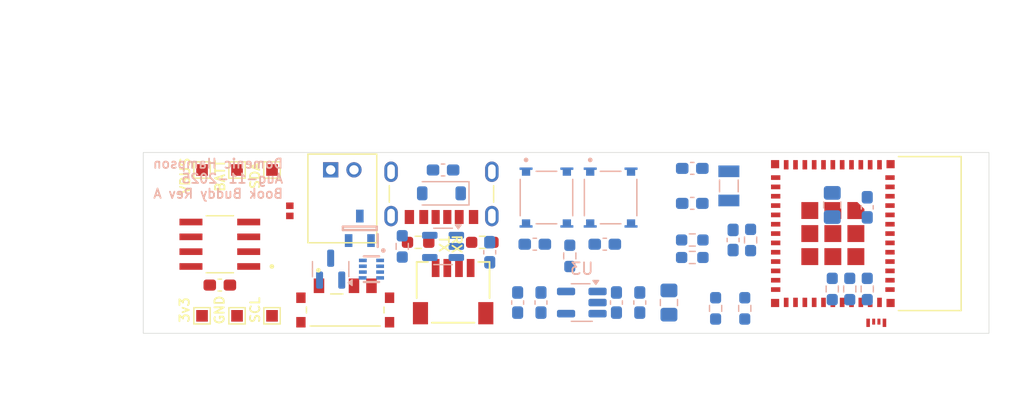
<source format=kicad_pcb>
(kicad_pcb (version 20240108) (generator "pcbnew") (generator_version "8.0")
  (layers (0 "F.Cu" signal) (1 "In1.Cu" power) (2 "In2.Cu" power) (31 "B.Cu" signal) (34 "B.Paste" user) (35 "F.Paste" user) (36 "B.SilkS" user "B.Silkscreen") (37 "F.SilkS" user "F.Silkscreen") (38 "B.Mask" user) (39 "F.Mask" user) (44 "Edge.Cuts" user))
  (net 0 "")
  (net 1 "GND")
  (net 2 "Net-(U1-EN{slash}CHIP_PU)")
  (net 3 "Net-(U1-GPIO0{slash}ADC1_CH0{slash}XTAL_32K_P)")
  (net 4 "Net-(U1-GPIO1{slash}ADC1_CH1{slash}XTAL_32K_N)")
  (net 5 "+3.3V")
  (net 6 "/charging/BATT_V")
  (net 7 "+BATT")
  (net 8 "VBUS")
  (net 9 "Net-(U1-GPIO9)")
  (net 10 "Net-(IC1-RESET)")
  (net 11 "/mcu/TX")
  (net 12 "/mcu/RX")
  (net 13 "Net-(IC2-VOUT@1)")
  (net 15 "Net-(J2-CC1)")
  (net 16 "Net-(J2-CC2)")
  (net 17 "/hall_effect/SCL")
  (net 18 "/hall_effect/SDA")
  (net 19 "/mcu/B_LED")
  (net 20 "/mcu/G_LED")
  (net 21 "Net-(SW3-B)")
  (net 22 "Net-(U4-PROG)")
  (net 23 "/charging/CHG_STAT")
  (net 29 "/hall_effect/TRIG")
  (net 39 "/charging/BATT_PROT")
  (net 42 "Net-(LED1-Pad1)")
  (net 43 "Net-(LED1-Pad3)")
  (net 44 "Net-(LED1-Pad4)")
  (net 45 "Net-(J3-Pin_1)")
  (footprint "TestPoint:TestPoint_Pad_1.0x1.0mm" (layer "F.Cu") (at 104.975 99.5)
    (property "Reference" "GND" (at -1.5 -0.5 90) (layer "F.SilkS") (effects (font (size 0.8 0.8))))
    (property "Value" "GND")
    (fp_line (start -0.7 -0.7) (end 0.7 -0.7) (stroke (width 0.12)) (layer "F.SilkS"))
    (fp_line (start -0.7 0.7) (end -0.7 -0.7) (stroke (width 0.12)) (layer "F.SilkS"))
    (fp_line (start 0.7 -0.7) (end 0.7 0.7) (stroke (width 0.12)) (layer "F.SilkS"))
    (fp_line (start 0.7 0.7) (end -0.7 0.7) (stroke (width 0.12)) (layer "F.SilkS"))
    (pad "1" smd rect (at 0 0) (size 1 1) (layers "F.Cu" "F.Mask") (net 1 "GND"))
  )
  (footprint "bookbuddy:SW_SLW-66527511-SMT-TR" (layer "F.Cu") (at 114.25 99)
    (property "Reference" "SW3" (hide yes))
    (property "Value" "SLW-66527511-SMT-TR")
    (fp_line (start -3.325 -0.25) (end -3.325 0.25) (stroke (width 0.127)) (layer "F.SilkS"))
    (fp_line (start -3 1.375) (end 3 1.375) (stroke (width 0.127)) (layer "F.SilkS"))
    (fp_line (start -1.25 -1.375) (end -0.2 -1.375) (stroke (width 0.127)) (layer "F.SilkS"))
    (fp_line (start 3.325 -0.25) (end 3.325 0.25) (stroke (width 0.127)) (layer "F.SilkS"))
    (fp_circle (center -2.3 -3.4) (end -2.2 -3.4) (stroke (width 0.2)) (fill none) (layer "F.SilkS"))
    (pad "" np_thru_hole circle (at -1.5 0) (size 0.9 0.9) (drill 0.9) (layers "*.Cu" "*.Mask"))
    (pad "" np_thru_hole circle (at 1.5 0) (size 0.9 0.9) (drill 0.9) (layers "*.Cu" "*.Mask"))
    (pad "1" smd rect (at -2.25 -2.075) (size 0.9 1.25) (layers "F.Cu" "F.Paste" "F.Mask") (net 21 "Net-(SW3-B)"))
    (pad "2" smd rect (at 0.75 -2.075) (size 0.9 1.25) (layers "F.Cu" "F.Paste" "F.Mask") (net 8 "VBUS"))
    (pad "3" smd rect (at 2.25 -2.075) (size 0.9 1.25) (layers "F.Cu" "F.Paste" "F.Mask") (net 13 "Net-(IC2-VOUT@1)"))
    (pad "SH1" smd rect (at -3.8 -1.05) (size 0.8 0.9) (layers "F.Cu" "F.Paste" "F.Mask"))
    (pad "SH2" smd rect (at 3.8 -1.05) (size 0.8 0.9) (layers "F.Cu" "F.Paste" "F.Mask"))
    (pad "SH3" smd rect (at -3.8 1.05) (size 0.8 0.9) (layers "F.Cu" "F.Paste" "F.Mask"))
    (pad "SH4" smd rect (at 3.8 1.05) (size 0.8 0.9) (layers "F.Cu" "F.Paste" "F.Mask"))
  )
  (footprint "bookbuddy:XCVR_ESP32-C3-MINI-1-N4" (layer "F.Cu") (at 158.75 92.45 -90)
    (property "Reference" "U1" (hide yes))
    (property "Value" "ESP32-C3-MINI-1")
    (fp_line (start -6.6 -2.92) (end -6.6 -8.3) (stroke (width 0.127)) (layer "F.SilkS"))
    (fp_line (start -6.6 -8.3) (end 6.6 -8.3) (stroke (width 0.127)) (layer "F.SilkS"))
    (fp_line (start 6.6 -8.3) (end 6.6 -2.92) (stroke (width 0.127)) (layer "F.SilkS"))
    (pad "1" smd rect (at -5.9 -1.3 270) (size 0.8 0.4) (layers "F.Cu" "F.Paste" "F.Mask") (net 1 "GND"))
    (pad "2" smd rect (at -5.9 -0.5 270) (size 0.8 0.4) (layers "F.Cu" "F.Paste" "F.Mask") (net 1 "GND"))
    (pad "3" smd rect (at -5.9 0.3 270) (size 0.8 0.4) (layers "F.Cu" "F.Paste" "F.Mask") (net 5 "+3.3V"))
    (pad "4" smd rect (at -5.9 1.1 270) (size 0.8 0.4) (layers "F.Cu" "F.Paste" "F.Mask"))
    (pad "5" smd rect (at -5.9 1.9 270) (size 0.8 0.4) (layers "F.Cu" "F.Paste" "F.Mask") (net 8 "VBUS"))
    (pad "6" smd rect (at -5.9 2.7 270) (size 0.8 0.4) (layers "F.Cu" "F.Paste" "F.Mask") (net 6 "/charging/BATT_V"))
    (pad "7" smd rect (at -5.9 3.5 270) (size 0.8 0.4) (layers "F.Cu" "F.Paste" "F.Mask"))
    (pad "8" smd rect (at -5.9 4.3 270) (size 0.8 0.4) (layers "F.Cu" "F.Paste" "F.Mask") (net 2 "Net-(U1-EN{slash}CHIP_PU)"))
    (pad "9" smd rect (at -5.9 5.1 270) (size 0.8 0.4) (layers "F.Cu" "F.Paste" "F.Mask"))
    (pad "10" smd rect (at -5.9 5.9 270) (size 0.8 0.4) (layers "F.Cu" "F.Paste" "F.Mask"))
    (pad "11" smd rect (at -5.9 6.7 270) (size 0.8 0.4) (layers "F.Cu" "F.Paste" "F.Mask") (net 1 "GND"))
    (pad "12" smd rect (at -4.8 7.6 270) (size 0.4 0.8) (layers "F.Cu" "F.Paste" "F.Mask") (net 3 "Net-(U1-GPIO0{slash}ADC1_CH0{slash}XTAL_32K_P)"))
    (pad "13" smd rect (at -4 7.6 270) (size 0.4 0.8) (layers "F.Cu" "F.Paste" "F.Mask") (net 4 "Net-(U1-GPIO1{slash}ADC1_CH1{slash}XTAL_32K_N)"))
    (pad "14" smd rect (at -3.2 7.6 270) (size 0.4 0.8) (layers "F.Cu" "F.Paste" "F.Mask") (net 1 "GND"))
    (pad "15" smd rect (at -2.4 7.6 270) (size 0.4 0.8) (layers "F.Cu" "F.Paste" "F.Mask"))
    (pad "16" smd rect (at -1.6 7.6 270) (size 0.4 0.8) (layers "F.Cu" "F.Paste" "F.Mask") (net 23 "/charging/CHG_STAT"))
    (pad "17" smd rect (at -0.8 7.6 270) (size 0.4 0.8) (layers "F.Cu" "F.Paste" "F.Mask"))
    (pad "18" smd rect (at 0 7.6 270) (size 0.4 0.8) (layers "F.Cu" "F.Paste" "F.Mask"))
    (pad "19" smd rect (at 0.8 7.6 270) (size 0.4 0.8) (layers "F.Cu" "F.Paste" "F.Mask") (net 20 "/mcu/G_LED"))
    (pad "20" smd rect (at 1.6 7.6 270) (size 0.4 0.8) (layers "F.Cu" "F.Paste" "F.Mask") (net 19 "/mcu/B_LED"))
    (pad "21" smd rect (at 2.4 7.6 270) (size 0.4 0.8) (layers "F.Cu" "F.Paste" "F.Mask") (net 29 "/hall_effect/TRIG"))
    (pad "22" smd rect (at 3.2 7.6 270) (size 0.4 0.8) (layers "F.Cu" "F.Paste" "F.Mask"))
    (pad "23" smd rect (at 4 7.6 270) (size 0.4 0.8) (layers "F.Cu" "F.Paste" "F.Mask") (net 9 "Net-(U1-GPIO9)"))
    (pad "24" smd rect (at 4.8 7.6 270) (size 0.4 0.8) (layers "F.Cu" "F.Paste" "F.Mask"))
    (pad "25" smd rect (at 5.9 6.7 270) (size 0.8 0.4) (layers "F.Cu" "F.Paste" "F.Mask"))
    (pad "26" smd rect (at 5.9 5.9 270) (size 0.8 0.4) (layers "F.Cu" "F.Paste" "F.Mask") (net 18 "/hall_effect/SDA"))
    (pad "27" smd rect (at 5.9 5.1 270) (size 0.8 0.4) (layers "F.Cu" "F.Paste" "F.Mask") (net 17 "/hall_effect/SCL"))
    (pad "28" smd rect (at 5.9 4.3 270) (size 0.8 0.4) (layers "F.Cu" "F.Paste" "F.Mask"))
    (pad "29" smd rect (at 5.9 3.5 270) (size 0.8 0.4) (layers "F.Cu" "F.Paste" "F.Mask"))
    (pad "30" smd rect (at 5.9 2.7 270) (size 0.8 0.4) (layers "F.Cu" "F.Paste" "F.Mask") (net 12 "/mcu/RX"))
    (pad "31" smd rect (at 5.9 1.9 270) (size 0.8 0.4) (layers "F.Cu" "F.Paste" "F.Mask") (net 11 "/mcu/TX"))
    (pad "32" smd rect (at 5.9 1.1 270) (size 0.8 0.4) (layers "F.Cu" "F.Paste" "F.Mask"))
    (pad "33" smd rect (at 5.9 0.3 270) (size 0.8 0.4) (layers "F.Cu" "F.Paste" "F.Mask"))
    (pad "34" smd rect (at 5.9 -0.5 270) (size 0.8 0.4) (layers "F.Cu" "F.Paste" "F.Mask"))
    (pad "35" smd rect (at 5.9 -1.3 270) (size 0.8 0.4) (layers "F.Cu" "F.Paste" "F.Mask"))
    (pad "36" smd rect (at 4.8 -2.2 270) (size 0.4 0.8) (layers "F.Cu" "F.Paste" "F.Mask") (net 1 "GND"))
    (pad "37" smd rect (at 4 -2.2 270) (size 0.4 0.8) (layers "F.Cu" "F.Paste" "F.Mask") (net 1 "GND"))
    (pad "38" smd rect (at 3.2 -2.2 270) (size 0.4 0.8) (layers "F.Cu" "F.Paste" "F.Mask") (net 1 "GND"))
    (pad "39" smd rect (at 2.4 -2.2 270) (size 0.4 0.8) (layers "F.Cu" "F.Paste" "F.Mask") (net 1 "GND"))
    (pad "40" smd rect (at 1.6 -2.2 270) (size 0.4 0.8) (layers "F.Cu" "F.Paste" "F.Mask") (net 1 "GND"))
    (pad "41" smd rect (at 0.8 -2.2 270) (size 0.4 0.8) (layers "F.Cu" "F.Paste" "F.Mask") (net 1 "GND"))
    (pad "42" smd rect (at 0 -2.2 270) (size 0.4 0.8) (layers "F.Cu" "F.Paste" "F.Mask") (net 1 "GND"))
    (pad "43" smd rect (at -0.8 -2.2 270) (size 0.4 0.8) (layers "F.Cu" "F.Paste" "F.Mask") (net 1 "GND"))
    (pad "44" smd rect (at -1.6 -2.2 270) (size 0.4 0.8) (layers "F.Cu" "F.Paste" "F.Mask") (net 1 "GND"))
    (pad "45" smd rect (at -2.4 -2.2 270) (size 0.4 0.8) (layers "F.Cu" "F.Paste" "F.Mask") (net 1 "GND"))
    (pad "46" smd rect (at -3.2 -2.2 270) (size 0.4 0.8) (layers "F.Cu" "F.Paste" "F.Mask") (net 1 "GND"))
    (pad "47" smd rect (at -4 -2.2 270) (size 0.4 0.8) (layers "F.Cu" "F.Paste" "F.Mask") (net 1 "GND"))
    (pad "48" smd rect (at -4.8 -2.2 270) (size 0.4 0.8) (layers "F.Cu" "F.Paste" "F.Mask") (net 1 "GND"))
    (pad "49_1" smd custom (at -1.975 0.725 270) (size 0.6 0.6) (layers "F.Cu") (options (clearance outline) (anchor rect)) (primitives (gr_poly (pts (xy 0.725 0.725) (xy -0.725 0.725) (xy -0.725 -0.125) (xy -0.125 -0.725) (xy 0.725 -0.725)) (width 0.01) (fill yes))))
    (pad "49_2" smd rect (at 0 0.725 270) (size 1.45 1.45) (layers "F.Cu" "F.Paste" "F.Mask"))
    (pad "49_3" smd rect (at 1.975 0.725 270) (size 1.45 1.45) (layers "F.Cu" "F.Paste" "F.Mask"))
    (pad "49_4" smd rect (at 1.975 2.7 270) (size 1.45 1.45) (layers "F.Cu" "F.Paste" "F.Mask"))
    (pad "49_5" smd rect (at 1.975 4.675 270) (size 1.45 1.45) (layers "F.Cu" "F.Paste" "F.Mask"))
    (pad "49_6" smd rect (at 0 4.675 270) (size 1.45 1.45) (layers "F.Cu" "F.Paste" "F.Mask"))
    (pad "49_7" smd rect (at -1.975 4.675 270) (size 1.45 1.45) (layers "F.Cu" "F.Paste" "F.Mask"))
    (pad "49_8" smd rect (at -1.975 2.7 270) (size 1.45 1.45) (layers "F.Cu" "F.Paste" "F.Mask"))
    (pad "49_9" smd rect (at 0 2.7 270) (size 1.45 1.45) (layers "F.Cu" "F.Paste" "F.Mask"))
    (pad "50" smd rect (at 5.95 -2.25 270) (size 0.7 0.7) (layers "F.Cu" "F.Paste" "F.Mask") (net 1 "GND"))
    (pad "51" smd rect (at 5.95 7.65 270) (size 0.7 0.7) (layers "F.Cu" "F.Paste" "F.Mask") (net 1 "GND"))
    (pad "52" smd rect (at -5.95 7.65 270) (size 0.7 0.7) (layers "F.Cu" "F.Paste" "F.Mask") (net 1 "GND"))
    (pad "53" smd rect (at -5.95 -2.25 270) (size 0.7 0.7) (layers "F.Cu" "F.Paste" "F.Mask") (net 1 "GND"))
  )
  (footprint "bookbuddy:AMPHENOL_10164359-00011LF" (layer "F.Cu") (at 122.5 88 180)
    (property "Reference" "J2" (hide yes))
    (property "Value" "10164359-00011LF")
    (fp_line (start 4.47 -1.755) (end 4.47 -0.345) (stroke (width 0.127)) (layer "F.SilkS"))
    (fp_line (start -4.47 -1.755) (end -4.47 -0.345) (stroke (width 0.127)) (layer "F.SilkS"))
    (pad "A5" smd rect (at -0.5 -3.03 180) (size 0.7 1.2) (layers "F.Cu" "F.Paste" "F.Mask") (net 15 "Net-(J2-CC1)"))
    (pad "A9" smd rect (at 1.52 -3.03 180) (size 0.76 1.2) (layers "F.Cu" "F.Paste" "F.Mask") (net 8 "VBUS"))
    (pad "A12" smd rect (at 2.75 -3.03 180) (size 0.8 1.2) (layers "F.Cu" "F.Paste" "F.Mask") (net 1 "GND"))
    (pad "B5" smd rect (at 0.5 -3.03 180) (size 0.7 1.2) (layers "F.Cu" "F.Paste" "F.Mask") (net 16 "Net-(J2-CC2)"))
    (pad "B9" smd rect (at -1.52 -3.03 180) (size 0.76 1.2) (layers "F.Cu" "F.Paste" "F.Mask") (net 8 "VBUS"))
    (pad "B12" smd rect (at -2.75 -3.03 180) (size 0.8 1.2) (layers "F.Cu" "F.Paste" "F.Mask") (net 1 "GND"))
    (pad "SH1" thru_hole oval (at -4.32 -2.95 180) (size 1.15 1.75) (drill oval 0.65 1.25) (layers "*.Cu" "*.Mask") (net 1 "GND"))
    (pad "SH2" thru_hole oval (at 4.32 -2.95 180) (size 1.15 1.75) (drill oval 0.65 1.25) (layers "*.Cu" "*.Mask") (net 1 "GND"))
    (pad "SH3" thru_hole oval (at -4.32 0.85 180) (size 1.15 1.75) (drill oval 0.65 1.25) (layers "*.Cu" "*.Mask") (net 1 "GND"))
    (pad "SH4" thru_hole oval (at 4.32 0.85 180) (size 1.15 1.75) (drill oval 0.65 1.25) (layers "*.Cu" "*.Mask") (net 1 "GND"))
  )
  (footprint "bookbuddy:IN-S63TBS5R5G5B_INO" (layer "F.Cu") (at 159.774999 100.4064)
    (property "Reference" "LED1" (hide yes))
    (property "Value" "IN-S63TBS5R5G5B")
    (pad "1" smd rect (at -0.700001 -0.3064) (size 0.3048 0.7112) (layers "F.Cu" "F.Paste" "F.Mask") (net 42 "Net-(LED1-Pad1)"))
    (pad "2" smd rect (at -0.225001 -0.4064) (size 0.254 0.508) (layers "F.Cu" "F.Paste" "F.Mask") (net 5 "+3.3V"))
    (pad "3" smd rect (at 0.225001 -0.4064) (size 0.254 0.508) (layers "F.Cu" "F.Paste" "F.Mask") (net 43 "Net-(LED1-Pad3)"))
    (pad "4" smd rect (at 0.700001 -0.3064) (size 0.3048 0.7112) (layers "F.Cu" "F.Paste" "F.Mask") (net 44 "Net-(LED1-Pad4)"))
  )
  (footprint "bookbuddy:CONN_SM04B-SRSS-TB_JST" (layer "F.Cu") (at 123.5 97.5 180)
    (property "Reference" "J1" (hide yes))
    (property "Value" "SM04B-SRSS-TB")
    (fp_line (start 3.1242 2.6162) (end 3.1242 -0.4826) (stroke (width 0.1524)) (layer "F.SilkS"))
    (fp_line (start 2.159 2.6162) (end 3.1242 2.6162) (stroke (width 0.1524)) (layer "F.SilkS"))
    (fp_line (start 1.8288 -2.5908) (end -1.8288 -2.5908) (stroke (width 0.1524)) (layer "F.SilkS"))
    (fp_line (start -3.1242 2.6162) (end -2.159 2.6162) (stroke (width 0.1524)) (layer "F.SilkS"))
    (fp_line (start -3.1242 -0.4826) (end -3.1242 2.6162) (stroke (width 0.1524)) (layer "F.SilkS"))
    (pad "1" smd rect (at 1.5 2.0985 180) (size 0.6604 1.5494) (layers "F.Cu" "F.Paste" "F.Mask") (net 5 "+3.3V"))
    (pad "2" smd rect (at 0.5 2.0985 180) (size 0.6604 1.5494) (layers "F.Cu" "F.Paste" "F.Mask") (net 11 "/mcu/TX"))
    (pad "3" smd rect (at -0.5 2.0985 180) (size 0.6604 1.5494) (layers "F.Cu" "F.Paste" "F.Mask") (net 12 "/mcu/RX"))
    (pad "4" smd rect (at -1.5 2.0985 180) (size 0.6604 1.5494) (layers "F.Cu" "F.Paste" "F.Mask") (net 1 "GND"))
    (pad "5" smd rect (at -2.8 -1.7765 180) (size 1.2954 1.905) (layers "F.Cu" "F.Paste" "F.Mask"))
    (pad "6" smd rect (at 2.8 -1.7765 180) (size 1.2954 1.905) (layers "F.Cu" "F.Paste" "F.Mask"))
  )
  (footprint "TestPoint:TestPoint_Pad_1.0x1.0mm" (layer "F.Cu") (at 101.975 87 90)
    (property "Reference" "VBUS" (at -0.5 -1.45 90) (layer "F.SilkS") (effects (font (size 0.8 0.8))))
    (property "Value" "VBUS")
    (fp_line (start 0.7 -0.7) (end 0.7 0.7) (stroke (width 0.12)) (layer "F.SilkS"))
    (fp_line (start -0.7 -0.7) (end 0.7 -0.7) (stroke (width 0.12)) (layer "F.SilkS"))
    (fp_line (start 0.7 0.7) (end -0.7 0.7) (stroke (width 0.12)) (layer "F.SilkS"))
    (fp_line (start -0.7 0.7) (end -0.7 -0.7) (stroke (width 0.12)) (layer "F.SilkS"))
    (pad "1" smd rect (at 0 0 90) (size 1 1) (layers "F.Cu" "F.Mask") (net 8 "VBUS"))
  )
  (footprint "TestPoint:TestPoint_Pad_1.0x1.0mm" (layer "F.Cu") (at 101.975 99.5)
    (property "Reference" "3v3" (at -1.5 -0.5 90) (layer "F.SilkS") (effects (font (size 0.8 0.8))))
    (property "Value" "+3v3")
    (fp_line (start -0.7 -0.7) (end 0.7 -0.7) (stroke (width 0.12)) (layer "F.SilkS"))
    (fp_line (start -0.7 0.7) (end -0.7 -0.7) (stroke (width 0.12)) (layer "F.SilkS"))
    (fp_line (start 0.7 -0.7) (end 0.7 0.7) (stroke (width 0.12)) (layer "F.SilkS"))
    (fp_line (start 0.7 0.7) (end -0.7 0.7) (stroke (width 0.12)) (layer "F.SilkS"))
    (pad "1" smd rect (at 0 0) (size 1 1) (layers "F.Cu" "F.Mask") (net 5 "+3.3V"))
  )
  (footprint "TestPoint:TestPoint_Pad_1.0x1.0mm" (layer "F.Cu") (at 107.975 87 90)
    (property "Reference" "SDA" (at -0.5 -1.448 90) (layer "F.SilkS") (effects (font (size 0.8 0.8))))
    (property "Value" "SDA")
    (fp_line (start 0.7 -0.7) (end 0.7 0.7) (stroke (width 0.12)) (layer "F.SilkS"))
    (fp_line (start -0.7 -0.7) (end 0.7 -0.7) (stroke (width 0.12)) (layer "F.SilkS"))
    (fp_line (start 0.7 0.7) (end -0.7 0.7) (stroke (width 0.12)) (layer "F.SilkS"))
    (fp_line (start -0.7 0.7) (end -0.7 -0.7) (stroke (width 0.12)) (layer "F.SilkS"))
    (pad "1" smd rect (at 0 0 90) (size 1 1) (layers "F.Cu" "F.Mask") (net 18 "/hall_effect/SDA"))
  )
  (footprint "Resistor_SMD:R_0603_1608Metric_Pad0.98x0.95mm_HandSolder" (layer "F.Cu") (at 120.5 93.2)
    (property "Reference" "R9" (hide yes))
    (property "Value" "5.1k")
    (fp_line (start -0.254724 -0.5225) (end 0.254724 -0.5225) (stroke (width 0.12)) (layer "F.SilkS"))
    (fp_line (start -0.254724 0.5225) (end 0.254724 0.5225) (stroke (width 0.12)) (layer "F.SilkS"))
    (pad "1" smd roundrect (at -0.9125 0) (size 0.975 0.95) (layers "F.Cu" "F.Paste" "F.Mask") (net 1 "GND"))
    (pad "2" smd roundrect (at 0.9125 0) (size 0.975 0.95) (layers "F.Cu" "F.Paste" "F.Mask") (net 16 "Net-(J2-CC2)"))
  )
  (footprint "bookbuddy:JST_S2B-PH-K-S_LF__SN_" (layer "F.Cu") (at 114 86.9875)
    (property "Reference" "J3" (hide yes))
    (property "Value" "Battery Connector")
    (fp_line (start -2.95 -1.35) (end 2.95 -1.35) (stroke (width 0.127)) (layer "F.SilkS"))
    (fp_line (start -2.95 6.25) (end -2.95 -1.35) (stroke (width 0.127)) (layer "F.SilkS"))
    (fp_line (start 2.95 -1.35) (end 2.95 6.25) (stroke (width 0.127)) (layer "F.SilkS"))
    (fp_line (start 2.95 6.25) (end -2.95 6.25) (stroke (width 0.127)) (layer "F.SilkS"))
    (pad "1" thru_hole rect (at -1 0) (size 1.308 1.308) (drill 0.8) (layers "*.Cu" "*.Mask") (net 45 "Net-(J3-Pin_1)"))
    (pad "2" thru_hole circle (at 1 0) (size 1.308 1.308) (drill 0.8) (layers "*.Cu" "*.Mask") (net 1 "GND"))
  )
  (footprint "Resistor_SMD:R_0603_1608Metric_Pad0.98x0.95mm_HandSolder" (layer "F.Cu") (at 126 93.2)
    (property "Reference" "R8" (hide yes))
    (property "Value" "5.1k")
    (fp_line (start -0.254724 -0.5225) (end 0.254724 -0.5225) (stroke (width 0.12)) (layer "F.SilkS"))
    (fp_line (start -0.254724 0.5225) (end 0.254724 0.5225) (stroke (width 0.12)) (layer "F.SilkS"))
    (pad "1" smd roundrect (at -0.9125 0) (size 0.975 0.95) (layers "F.Cu" "F.Paste" "F.Mask") (net 15 "Net-(J2-CC1)"))
    (pad "2" smd roundrect (at 0.9125 0) (size 0.975 0.95) (layers "F.Cu" "F.Paste" "F.Mask") (net 1 "GND"))
  )
  (footprint "bookbuddy:FUSC0402X49N" (layer "F.Cu") (at 109.5 90.5 -90)
    (property "Reference" "F1" (hide yes))
    (property "Value" "Fuse_Small")
    (pad "1" smd rect (at -0.435 0 270) (size 0.56 0.64) (layers "F.Cu" "F.Paste" "F.Mask") (net 45 "Net-(J3-Pin_1)"))
    (pad "2" smd rect (at 0.435 0 270) (size 0.56 0.64) (layers "F.Cu" "F.Paste" "F.Mask") (net 7 "+BATT"))
  )
  (footprint "Capacitor_SMD:C_0603_1608Metric_Pad1.08x0.95mm_HandSolder" (layer "F.Cu") (at 103.5 96.865)
    (property "Reference" "C8" (hide yes))
    (property "Value" "0.1uF")
    (fp_line (start -0.146267 -0.51) (end 0.146267 -0.51) (stroke (width 0.12)) (layer "F.SilkS"))
    (fp_line (start -0.146267 0.51) (end 0.146267 0.51) (stroke (width 0.12)) (layer "F.SilkS"))
    (pad "1" smd roundrect (at -0.8625 0) (size 1.075 0.95) (layers "F.Cu" "F.Paste" "F.Mask") (net 5 "+3.3V"))
    (pad "2" smd roundrect (at 0.8625 0) (size 1.075 0.95) (layers "F.Cu" "F.Paste" "F.Mask") (net 1 "GND"))
  )
  (footprint "bookbuddy:SOIC127P600X172-8N" (layer "F.Cu") (at 103.5 93.365 180)
    (property "Reference" "U2" (hide yes))
    (property "Value" "MLX90395KDC-BBA-101-RE")
    (fp_line (start -1.17 2.445) (end 1.17 2.445) (stroke (width 0.127)) (layer "F.SilkS"))
    (fp_line (start -1.17 -2.445) (end 1.17 -2.445) (stroke (width 0.127)) (layer "F.SilkS"))
    (fp_circle (center -4.46 -1.905) (end -4.36 -1.905) (stroke (width 0.2)) (fill none) (layer "F.SilkS"))
    (pad "1" smd rect (at -2.475 -1.905 180) (size 1.97 0.57) (layers "F.Cu" "F.Paste" "F.Mask") (net 17 "/hall_effect/SCL"))
    (pad "2" smd rect (at -2.475 -0.635 180) (size 1.97 0.57) (layers "F.Cu" "F.Paste" "F.Mask") (net 18 "/hall_effect/SDA"))
    (pad "3" smd rect (at -2.475 0.635 180) (size 1.97 0.57) (layers "F.Cu" "F.Paste" "F.Mask") (net 1 "GND"))
    (pad "4" smd rect (at -2.475 1.905 180) (size 1.97 0.57) (layers "F.Cu" "F.Paste" "F.Mask") (net 29 "/hall_effect/TRIG"))
    (pad "5" smd rect (at 2.475 1.905 180) (size 1.97 0.57) (layers "F.Cu" "F.Paste" "F.Mask") (net 1 "GND"))
    (pad "6" smd rect (at 2.475 0.635 180) (size 1.97 0.57) (layers "F.Cu" "F.Paste" "F.Mask") (net 1 "GND"))
    (pad "7" smd rect (at 2.475 -0.635 180) (size 1.97 0.57) (layers "F.Cu" "F.Paste" "F.Mask") (net 5 "+3.3V"))
    (pad "8" smd rect (at 2.475 -1.905 180) (size 1.97 0.57) (layers "F.Cu" "F.Paste" "F.Mask") (net 5 "+3.3V"))
  )
  (footprint "TestPoint:TestPoint_Pad_1.0x1.0mm" (layer "F.Cu") (at 104.975 87 90)
    (property "Reference" "BATT" (at -0.5 -1.448 90) (layer "F.SilkS") (effects (font (size 0.8 0.8))))
    (property "Value" "BATT")
    (fp_line (start 0.7 -0.7) (end 0.7 0.7) (stroke (width 0.12)) (layer "F.SilkS"))
    (fp_line (start -0.7 -0.7) (end 0.7 -0.7) (stroke (width 0.12)) (layer "F.SilkS"))
    (fp_line (start 0.7 0.7) (end -0.7 0.7) (stroke (width 0.12)) (layer "F.SilkS"))
    (fp_line (start -0.7 0.7) (end -0.7 -0.7) (stroke (width 0.12)) (layer "F.SilkS"))
    (pad "1" smd rect (at 0 0 90) (size 1 1) (layers "F.Cu" "F.Mask") (net 7 "+BATT"))
  )
  (footprint "TestPoint:TestPoint_Pad_1.0x1.0mm" (layer "F.Cu") (at 107.975 99.5 90)
    (property "Reference" "SCL" (at 0.5 -1.448 90) (layer "F.SilkS") (effects (font (size 0.8 0.8))))
    (property "Value" "SCL")
    (fp_line (start 0.7 -0.7) (end 0.7 0.7) (stroke (width 0.12)) (layer "F.SilkS"))
    (fp_line (start -0.7 -0.7) (end 0.7 -0.7) (stroke (width 0.12)) (layer "F.SilkS"))
    (fp_line (start 0.7 0.7) (end -0.7 0.7) (stroke (width 0.12)) (layer "F.SilkS"))
    (fp_line (start -0.7 0.7) (end -0.7 -0.7) (stroke (width 0.12)) (layer "F.SilkS"))
    (pad "1" smd rect (at 0 0 90) (size 1 1) (layers "F.Cu" "F.Mask") (net 17 "/hall_effect/SCL"))
  )
  (footprint "Resistor_SMD:R_0603_1608Metric_Pad0.98x0.95mm_HandSolder" (layer "B.Cu") (at 157.5 97.2 -90)
    (property "Reference" "R6" (hide yes))
    (property "Value" "39")
    (fp_line (start 0.254724 0.5225) (end -0.254724 0.5225) (stroke (width 0.12)) (layer "B.SilkS"))
    (fp_line (start 0.254724 -0.5225) (end -0.254724 -0.5225) (stroke (width 0.12)) (layer "B.SilkS"))
    (pad "1" smd roundrect (at -0.9125 0 270) (size 0.975 0.95) (layers "B.Cu" "B.Paste" "B.Mask") (net 23 "/charging/CHG_STAT"))
    (pad "2" smd roundrect (at 0.9125 0 270) (size 0.975 0.95) (layers "B.Cu" "B.Paste" "B.Mask") (net 43 "Net-(LED1-Pad3)"))
  )
  (footprint "Capacitor_SMD:C_0603_1608Metric_Pad1.08x0.95mm_HandSolder" (layer "B.Cu") (at 144 89.8625)
    (property "Reference" "C2" (hide yes))
    (property "Value" "8pF")
    (fp_line (start 0.146267 -0.51) (end -0.146267 -0.51) (stroke (width 0.12)) (layer "B.SilkS"))
    (fp_line (start 0.146267 0.51) (end -0.146267 0.51) (stroke (width 0.12)) (layer "B.SilkS"))
    (pad "1" smd roundrect (at -0.8625 0) (size 1.075 0.95) (layers "B.Cu" "B.Paste" "B.Mask") (net 1 "GND"))
    (pad "2" smd roundrect (at 0.8625 0) (size 1.075 0.95) (layers "B.Cu" "B.Paste" "B.Mask") (net 4 "Net-(U1-GPIO1{slash}ADC1_CH1{slash}XTAL_32K_N)"))
  )
  (footprint "Capacitor_SMD:C_0603_1608Metric_Pad1.08x0.95mm_HandSolder" (layer "B.Cu") (at 130.5 93.3625)
    (property "Reference" "C3" (hide yes))
    (property "Value" "0.1uF")
    (fp_line (start 0.146267 -0.51) (end -0.146267 -0.51) (stroke (width 0.12)) (layer "B.SilkS"))
    (fp_line (start 0.146267 0.51) (end -0.146267 0.51) (stroke (width 0.12)) (layer "B.SilkS"))
    (pad "1" smd roundrect (at -0.8625 0) (size 1.075 0.95) (layers "B.Cu" "B.Paste" "B.Mask") (net 1 "GND"))
    (pad "2" smd roundrect (at 0.8625 0) (size 1.075 0.95) (layers "B.Cu" "B.Paste" "B.Mask") (net 2 "Net-(U1-EN{slash}CHIP_PU)"))
  )
  (footprint "Capacitor_SMD:C_0603_1608Metric_Pad1.08x0.95mm_HandSolder" (layer "B.Cu") (at 136.5 93.3625)
    (property "Reference" "C7" (hide yes))
    (property "Value" "0.1uF")
    (fp_line (start 0.146267 -0.51) (end -0.146267 -0.51) (stroke (width 0.12)) (layer "B.SilkS"))
    (fp_line (start 0.146267 0.51) (end -0.146267 0.51) (stroke (width 0.12)) (layer "B.SilkS"))
    (pad "1" smd roundrect (at -0.8625 0) (size 1.075 0.95) (layers "B.Cu" "B.Paste" "B.Mask") (net 1 "GND"))
    (pad "2" smd roundrect (at 0.8625 0) (size 1.075 0.95) (layers "B.Cu" "B.Paste" "B.Mask") (net 9 "Net-(U1-GPIO9)"))
  )
  (footprint "Resistor_SMD:R_0603_1608Metric_Pad0.98x0.95mm_HandSolder" (layer "B.Cu") (at 149 93 -90)
    (property "Reference" "R2" (hide yes))
    (property "Value" "10k")
    (fp_line (start 0.254724 0.5225) (end -0.254724 0.5225) (stroke (width 0.12)) (layer "B.SilkS"))
    (fp_line (start 0.254724 -0.5225) (end -0.254724 -0.5225) (stroke (width 0.12)) (layer "B.SilkS"))
    (pad "1" smd roundrect (at -0.9125 0 270) (size 0.975 0.95) (layers "B.Cu" "B.Paste" "B.Mask") (net 8 "VBUS"))
    (pad "2" smd roundrect (at 0.9125 0 270) (size 0.975 0.95) (layers "B.Cu" "B.Paste" "B.Mask") (net 1 "GND"))
  )
  (footprint "bookbuddy:SW_TL3315NF250Q" (layer "B.Cu") (at 137 89.3625 -90)
    (property "Reference" "SW2" (hide yes))
    (property "Value" "SW_Push")
    (fp_line (start 1.555 2.25) (end -1.555 2.25) (stroke (width 0.127)) (layer "B.SilkS"))
    (fp_line (start -2.25 -0.88) (end -2.25 0.88) (stroke (width 0.127)) (layer "B.SilkS"))
    (fp_line (start 2.25 -0.88) (end 2.25 0.88) (stroke (width 0.127)) (layer "B.SilkS"))
    (fp_line (start 1.555 -2.25) (end -1.555 -2.25) (stroke (width 0.127)) (layer "B.SilkS"))
    (fp_circle (center -3.226 1.75) (end -3.126 1.75) (stroke (width 0.2)) (fill none) (layer "B.SilkS"))
    (pad "1" smd custom (at -2.23 1.75 270) (size 0.5 0.5) (layers "B.Cu") (net 1 "GND") (options (clearance outline) (anchor rect)) (primitives (gr_poly (pts (xy -0.145 -0.55) (xy -0.345 -0.55) (xy -0.345 0.55) (xy -0.145 0.55) (xy -0.145 0.35) (xy 0.355 0.35) (xy 0.355 -0.35) (xy -0.145 -0.35)) (width 0.01) (fill yes))))
    (pad "2" smd custom (at 2.23 1.75 270) (size 0.5 0.5) (layers "B.Cu") (net 9 "Net-(U1-GPIO9)") (options (clearance outline) (anchor rect)) (primitives (gr_poly (pts (xy 0.145 -0.35) (xy -0.355 -0.35) (xy -0.355 0.35) (xy 0.145 0.35) (xy 0.145 0.55) (xy 0.345 0.55) (xy 0.345 -0.55) (xy 0.145 -0.55)) (width 0.01) (fill yes))))
    (pad "3" smd custom (at -2.23 -1.75 270) (size 0.5 0.5) (layers "B.Cu") (options (clearance outline) (anchor rect)) (primitives (gr_poly (pts (xy -0.145 -0.55) (xy -0.345 -0.55) (xy -0.345 0.55) (xy -0.145 0.55) (xy -0.145 0.35) (xy 0.355 0.35) (xy 0.355 -0.35) (xy -0.145 -0.35)) (width 0.01) (fill yes))))
    (pad "4" smd custom (at 2.23 -1.75 270) (size 0.5 0.5) (layers "B.Cu") (options (clearance outline) (anchor rect)) (primitives (gr_poly (pts (xy 0.145 -0.35) (xy -0.355 -0.35) (xy -0.355 0.35) (xy 0.145 0.35) (xy 0.145 0.55) (xy 0.345 0.55) (xy 0.345 -0.55) (xy 0.145 -0.55)) (width 0.01) (fill yes))))
  )
  (footprint "Resistor_SMD:R_0603_1608Metric_Pad0.98x0.95mm_HandSolder" (layer "B.Cu") (at 119.1375 93.55 90)
    (property "Reference" "R10" (hide yes))
    (property "Value" "10k")
    (fp_line (start 0.254724 -0.5225) (end -0.254724 -0.5225) (stroke (width 0.12)) (layer "B.SilkS"))
    (fp_line (start 0.254724 0.5225) (end -0.254724 0.5225) (stroke (width 0.12)) (layer "B.SilkS"))
    (pad "1" smd roundrect (at -0.9125 0 90) (size 0.975 0.95) (layers "B.Cu" "B.Paste" "B.Mask") (net 1 "GND"))
    (pad "2" smd roundrect (at 0.9125 0 90) (size 0.975 0.95) (layers "B.Cu" "B.Paste" "B.Mask") (net 22 "Net-(U4-PROG)"))
  )
  (footprint "bookbuddy:SW_TL3315NF250Q" (layer "B.Cu") (at 131.5 89.3625 -90)
    (property "Reference" "SW1" (hide yes))
    (property "Value" "SW_Push")
    (fp_line (start 1.555 2.25) (end -1.555 2.25) (stroke (width 0.127)) (layer "B.SilkS"))
    (fp_line (start -2.25 -0.88) (end -2.25 0.88) (stroke (width 0.127)) (layer "B.SilkS"))
    (fp_line (start 2.25 -0.88) (end 2.25 0.88) (stroke (width 0.127)) (layer "B.SilkS"))
    (fp_line (start 1.555 -2.25) (end -1.555 -2.25) (stroke (width 0.127)) (layer "B.SilkS"))
    (fp_circle (center -3.226 1.75) (end -3.126 1.75) (stroke (width 0.2)) (fill none) (layer "B.SilkS"))
    (pad "1" smd custom (at -2.23 1.75 270) (size 0.5 0.5) (layers "B.Cu") (net 1 "GND") (options (clearance outline) (anchor rect)) (primitives (gr_poly (pts (xy -0.145 -0.55) (xy -0.345 -0.55) (xy -0.345 0.55) (xy -0.145 0.55) (xy -0.145 0.35) (xy 0.355 0.35) (xy 0.355 -0.35) (xy -0.145 -0.35)) (width 0.01) (fill yes))))
    (pad "2" smd custom (at 2.23 1.75 270) (size 0.5 0.5) (layers "B.Cu") (net 2 "Net-(U1-EN{slash}CHIP_PU)") (options (clearance outline) (anchor rect)) (primitives (gr_poly (pts (xy 0.145 -0.35) (xy -0.355 -0.35) (xy -0.355 0.35) (xy 0.145 0.35) (xy 0.145 0.55) (xy 0.345 0.55) (xy 0.345 -0.55) (xy 0.145 -0.55)) (width 0.01) (fill yes))))
    (pad "3" smd custom (at -2.23 -1.75 270) (size 0.5 0.5) (layers "B.Cu") (options (clearance outline) (anchor rect)) (primitives (gr_poly (pts (xy -0.145 -0.55) (xy -0.345 -0.55) (xy -0.345 0.55) (xy -0.145 0.55) (xy -0.145 0.35) (xy 0.355 0.35) (xy 0.355 -0.35) (xy -0.145 -0.35)) (width 0.01) (fill yes))))
    (pad "4" smd custom (at 2.23 -1.75 270) (size 0.5 0.5) (layers "B.Cu") (options (clearance outline) (anchor rect)) (primitives (gr_poly (pts (xy 0.145 -0.35) (xy -0.355 -0.35) (xy -0.355 0.35) (xy 0.145 0.35) (xy 0.145 0.55) (xy 0.345 0.55) (xy 0.345 -0.55) (xy 0.145 -0.55)) (width 0.01) (fill yes))))
  )
  (footprint "Resistor_SMD:R_0603_1608Metric_Pad0.98x0.95mm_HandSolder" (layer "B.Cu") (at 159 97.2 -90)
    (property "Reference" "R7" (hide yes))
    (property "Value" "39")
    (fp_line (start 0.254724 0.5225) (end -0.254724 0.5225) (stroke (width 0.12)) (layer "B.SilkS"))
    (fp_line (start 0.254724 -0.5225) (end -0.254724 -0.5225) (stroke (width 0.12)) (layer "B.SilkS"))
    (pad "1" smd roundrect (at -0.9125 0 270) (size 0.975 0.95) (layers "B.Cu" "B.Paste" "B.Mask") (net 19 "/mcu/B_LED"))
    (pad "2" smd roundrect (at 0.9125 0 270) (size 0.975 0.95) (layers "B.Cu" "B.Paste" "B.Mask") (net 42 "Net-(LED1-Pad1)"))
  )
  (footprint "Capacitor_SMD:C_0603_1608Metric_Pad1.08x0.95mm_HandSolder" (layer "B.Cu") (at 129.03 98.3625 -90)
    (property "Reference" "C11" (hide yes))
    (property "Value" "1uF")
    (fp_line (start 0.146267 0.51) (end -0.146267 0.51) (stroke (width 0.12)) (layer "B.SilkS"))
    (fp_line (start 0.146267 -0.51) (end -0.146267 -0.51) (stroke (width 0.12)) (layer "B.SilkS"))
    (pad "1" smd roundrect (at -0.8625 0 270) (size 1.075 0.95) (layers "B.Cu" "B.Paste" "B.Mask") (net 5 "+3.3V"))
    (pad "2" smd roundrect (at 0.8625 0 270) (size 1.075 0.95) (layers "B.Cu" "B.Paste" "B.Mask") (net 1 "GND"))
  )
  (footprint "Resistor_SMD:R_0603_1608Metric_Pad0.98x0.95mm_HandSolder" (layer "B.Cu") (at 144 94.5 180)
    (property "Reference" "R12" (hide yes))
    (property "Value" "249k 0.1%")
    (fp_line (start 0.254724 0.5225) (end -0.254724 0.5225) (stroke (width 0.12)) (layer "B.SilkS"))
    (fp_line (start 0.254724 -0.5225) (end -0.254724 -0.5225) (stroke (width 0.12)) (layer "B.SilkS"))
    (pad "1" smd roundrect (at -0.9125 0 180) (size 0.975 0.95) (layers "B.Cu" "B.Paste" "B.Mask") (net 6 "/charging/BATT_V"))
    (pad "2" smd roundrect (at 0.9125 0 180) (size 0.975 0.95) (layers "B.Cu" "B.Paste" "B.Mask") (net 1 "GND"))
  )
  (footprint "Capacitor_SMD:C_0603_1608Metric_Pad1.08x0.95mm_HandSolder" (layer "B.Cu") (at 122.6375 87 180)
    (property "Reference" "C14" (hide yes))
    (property "Value" "4.7uF")
    (fp_line (start 0.146267 0.51) (end -0.146267 0.51) (stroke (width 0.12)) (layer "B.SilkS"))
    (fp_line (start 0.146267 -0.51) (end -0.146267 -0.51) (stroke (width 0.12)) (layer "B.SilkS"))
    (pad "1" smd roundrect (at -0.8625 0 180) (size 1.075 0.95) (layers "B.Cu" "B.Paste" "B.Mask") (net 8 "VBUS"))
    (pad "2" smd roundrect (at 0.8625 0 180) (size 1.075 0.95) (layers "B.Cu" "B.Paste" "B.Mask") (net 1 "GND"))
  )
  (footprint "Resistor_SMD:R_0603_1608Metric_Pad0.98x0.95mm_HandSolder" (layer "B.Cu") (at 144 93 180)
    (property "Reference" "R11" (hide yes))
    (property "Value" "100K 0.1%")
    (fp_line (start 0.254724 0.5225) (end -0.254724 0.5225) (stroke (width 0.12)) (layer "B.SilkS"))
    (fp_line (start 0.254724 -0.5225) (end -0.254724 -0.5225) (stroke (width 0.12)) (layer "B.SilkS"))
    (pad "1" smd roundrect (at -0.9125 0 180) (size 0.975 0.95) (layers "B.Cu" "B.Paste" "B.Mask") (net 6 "/charging/BATT_V"))
    (pad "2" smd roundrect (at 0.9125 0 180) (size 0.975 0.95) (layers "B.Cu" "B.Paste" "B.Mask") (net 7 "+BATT"))
  )
  (footprint "Capacitor_SMD:C_0805_2012Metric_Pad1.18x1.45mm_HandSolder" (layer "B.Cu") (at 156 90 -90)
    (property "Reference" "C4" (hide yes))
    (property "Value" "DNP")
    (fp_line (start 0.261252 0.735) (end -0.261252 0.735) (stroke (width 0.12)) (layer "B.SilkS"))
    (fp_line (start 0.261252 -0.735) (end -0.261252 -0.735) (stroke (width 0.12)) (layer "B.SilkS"))
    (pad "1" smd roundrect (at -1.0375 0 270) (size 1.175 1.45) (layers "B.Cu" "B.Paste" "B.Mask") (roundrect_rratio 0.212766) (net 5 "+3.3V"))
    (pad "2" smd roundrect (at 1.0375 0 270) (size 1.175 1.45) (layers "B.Cu" "B.Paste" "B.Mask") (roundrect_rratio 0.212766) (net 1 "GND"))
  )
  (footprint "Capacitor_SMD:C_0603_1608Metric_Pad1.08x0.95mm_HandSolder" (layer "B.Cu") (at 144 86.8625)
    (property "Reference" "C1" (hide yes))
    (property "Value" "8pF")
    (fp_line (start 0.146267 -0.51) (end -0.146267 -0.51) (stroke (width 0.12)) (layer "B.SilkS"))
    (fp_line (start 0.146267 0.51) (end -0.146267 0.51) (stroke (width 0.12)) (layer "B.SilkS"))
    (pad "1" smd roundrect (at -0.8625 0) (size 1.075 0.95) (layers "B.Cu" "B.Paste" "B.Mask") (net 1 "GND"))
    (pad "2" smd roundrect (at 0.8625 0) (size 1.075 0.95) (layers "B.Cu" "B.Paste" "B.Mask") (net 3 "Net-(U1-GPIO0{slash}ADC1_CH0{slash}XTAL_32K_P)"))
  )
  (footprint "bookbuddy:SOT96P240X100-3N" (layer "B.Cu") (at 115.5 92 90)
    (property "Reference" "IC1" (hide yes))
    (property "Value" "APX810S-31SA-7")
    (property "VALUE" "3.08V" (hide yes))
    (fp_line (start 0.15 -1.45) (end 0.15 1.45) (stroke (width 0.2)) (layer "B.SilkS"))
    (fp_line (start -0.15 -1.45) (end 0.15 -1.45) (stroke (width 0.2)) (layer "B.SilkS"))
    (fp_line (start 0.15 1.45) (end -0.15 1.45) (stroke (width 0.2)) (layer "B.SilkS"))
    (fp_line (start -0.15 1.45) (end -0.15 -1.45) (stroke (width 0.2)) (layer "B.SilkS"))
    (fp_line (start -0.5 1.535) (end -1.6 1.535) (stroke (width 0.2)) (layer "B.SilkS"))
    (pad "1" smd rect (at -1.05 0.96 90) (size 1.1 0.65) (layers "B.Cu" "B.Paste" "B.Mask") (net 1 "GND"))
    (pad "2" smd rect (at -1.05 -0.96 90) (size 1.1 0.65) (layers "B.Cu" "B.Paste" "B.Mask") (net 10 "Net-(IC1-RESET)"))
    (pad "3" smd rect (at 1.05 0 90) (size 1.1 0.65) (layers "B.Cu" "B.Paste" "B.Mask") (net 7 "+BATT"))
  )
  (footprint "Capacitor_SMD:C_0603_1608Metric_Pad1.08x0.95mm_HandSolder" (layer "B.Cu") (at 126.6375 94.05 90)
    (property "Reference" "C15" (hide yes))
    (property "Value" "4.7uF")
    (fp_line (start 0.146267 -0.51) (end -0.146267 -0.51) (stroke (width 0.12)) (layer "B.SilkS"))
    (fp_line (start 0.146267 0.51) (end -0.146267 0.51) (stroke (width 0.12)) (layer "B.SilkS"))
    (pad "1" smd roundrect (at -0.8625 0 90) (size 1.075 0.95) (layers "B.Cu" "B.Paste" "B.Mask") (net 7 "+BATT"))
    (pad "2" smd roundrect (at 0.8625 0 90) (size 1.075 0.95) (layers "B.Cu" "B.Paste" "B.Mask") (net 1 "GND"))
  )
  (footprint "Package_TO_SOT_SMD:SOT-23-5_HandSoldering" (layer "B.Cu") (at 134.53 98.3625 180)
    (property "Reference" "U3" (at 0 2.9 0) (layer "B.SilkS") (effects (justify mirror)))
    (property "Value" "MIC5504-3.3YM5-TR")
    (fp_line (start 0.9 1.61) (end 0.1 1.61) (stroke (width 0.12)) (layer "B.SilkS"))
    (fp_line (start 0.9 -1.61) (end -0.9 -1.61) (stroke (width 0.12)) (layer "B.SilkS"))
    (fp_line (start -0.7 1.61) (end 0.1 1.61) (stroke (width 0.12)) (layer "B.SilkS"))
    (fp_poly (pts (xy -1.2 1.56) (xy -1.44 1.89) (xy -0.96 1.89) (xy -1.2 1.56)) (stroke (width 0.12)) (fill solid) (layer "B.SilkS"))
    (pad "1" smd roundrect (at -1.35 0.95 180) (size 1.56 0.65) (layers "B.Cu" "B.Paste" "B.Mask") (net 21 "Net-(SW3-B)"))
    (pad "2" smd roundrect (at -1.35 0 180) (size 1.56 0.65) (layers "B.Cu" "B.Paste" "B.Mask") (net 1 "GND"))
    (pad "3" smd roundrect (at -1.35 -0.95 180) (size 1.56 0.65) (layers "B.Cu" "B.Paste" "B.Mask") (net 21 "Net-(SW3-B)"))
    (pad "4" smd roundrect (at 1.35 -0.95 180) (size 1.56 0.65) (layers "B.Cu" "B.Paste" "B.Mask"))
    (pad "5" smd roundrect (at 1.35 0.95 180) (size 1.56 0.65) (layers "B.Cu" "B.Paste" "B.Mask") (net 5 "+3.3V"))
  )
  (footprint "Package_TO_SOT_SMD:SOT-23-5" (layer "B.Cu") (at 122.6375 93.55 180)
    (property "Reference" "U4" (hide yes))
    (property "Value" "MCP73832")
    (fp_line (start 0.8 1.56) (end 0 1.56) (stroke (width 0.12)) (layer "B.SilkS"))
    (fp_line (start 0.8 -1.56) (end 0 -1.56) (stroke (width 0.12)) (layer "B.SilkS"))
    (fp_line (start -0.8 1.56) (end 0 1.56) (stroke (width 0.12)) (layer "B.SilkS"))
    (fp_line (start -0.8 -1.56) (end 0 -1.56) (stroke (width 0.12)) (layer "B.SilkS"))
    (fp_poly (pts (xy -1.3 1.51) (xy -1.54 1.84) (xy -1.06 1.84) (xy -1.3 1.51)) (stroke (width 0.12)) (fill solid) (layer "B.SilkS"))
    (pad "1" smd roundrect (at -1.1375 0.95 180) (size 1.325 0.6) (layers "B.Cu" "B.Paste" "B.Mask") (net 23 "/charging/CHG_STAT"))
    (pad "2" smd roundrect (at -1.1375 0 180) (size 1.325 0.6) (layers "B.Cu" "B.Paste" "B.Mask") (net 1 "GND"))
    (pad "3" smd roundrect (at -1.1375 -0.95 180) (size 1.325 0.6) (layers "B.Cu" "B.Paste" "B.Mask") (net 7 "+BATT"))
    (pad "4" smd roundrect (at 1.1375 -0.95 180) (size 1.325 0.6) (layers "B.Cu" "B.Paste" "B.Mask") (net 8 "VBUS"))
    (pad "5" smd roundrect (at 1.1375 0.95 180) (size 1.325 0.6) (layers "B.Cu" "B.Paste" "B.Mask") (net 22 "Net-(U4-PROG)"))
  )
  (footprint "Resistor_SMD:R_0603_1608Metric_Pad0.98x0.95mm_HandSolder" (layer "B.Cu") (at 146 98.8625 -90)
    (property "Reference" "R3" (hide yes))
    (property "Value" "10k")
    (fp_line (start 0.254724 0.5225) (end -0.254724 0.5225) (stroke (width 0.12)) (layer "B.SilkS"))
    (fp_line (start 0.254724 -0.5225) (end -0.254724 -0.5225) (stroke (width 0.12)) (layer "B.SilkS"))
    (pad "1" smd roundrect (at -0.9125 0 270) (size 0.975 0.95) (layers "B.Cu" "B.Paste" "B.Mask") (net 5 "+3.3V"))
    (pad "2" smd roundrect (at 0.9125 0 270) (size 0.975 0.95) (layers "B.Cu" "B.Paste" "B.Mask") (net 17 "/hall_effect/SCL"))
  )
  (footprint "Capacitor_SMD:C_0603_1608Metric_Pad1.08x0.95mm_HandSolder" (layer "B.Cu") (at 159 90.2 -90)
    (property "Reference" "C5" (hide yes))
    (property "Value" "0.1uF")
    (fp_line (start 0.146267 0.51) (end -0.146267 0.51) (stroke (width 0.12)) (layer "B.SilkS"))
    (fp_line (start 0.146267 -0.51) (end -0.146267 -0.51) (stroke (width 0.12)) (layer "B.SilkS"))
    (pad "1" smd roundrect (at -0.8625 0 270) (size 1.075 0.95) (layers "B.Cu" "B.Paste" "B.Mask") (net 5 "+3.3V"))
    (pad "2" smd roundrect (at 0.8625 0 270) (size 1.075 0.95) (layers "B.Cu" "B.Paste" "B.Mask") (net 1 "GND"))
  )
  (footprint "Resistor_SMD:R_0603_1608Metric_Pad0.98x0.95mm_HandSolder" (layer "B.Cu") (at 148.5 98.8625 -90)
    (property "Reference" "R4" (hide yes))
    (property "Value" "10k")
    (fp_line (start 0.254724 0.5225) (end -0.254724 0.5225) (stroke (width 0.12)) (layer "B.SilkS"))
    (fp_line (start 0.254724 -0.5225) (end -0.254724 -0.5225) (stroke (width 0.12)) (layer "B.SilkS"))
    (pad "1" smd roundrect (at -0.9125 0 270) (size 0.975 0.95) (layers "B.Cu" "B.Paste" "B.Mask") (net 5 "+3.3V"))
    (pad "2" smd roundrect (at 0.9125 0 270) (size 0.975 0.95) (layers "B.Cu" "B.Paste" "B.Mask") (net 18 "/hall_effect/SDA"))
  )
  (footprint "Capacitor_SMD:C_0603_1608Metric_Pad1.08x0.95mm_HandSolder" (layer "B.Cu") (at 139.5 98.3625 -90)
    (property "Reference" "C9" (hide yes))
    (property "Value" "1uF")
    (fp_line (start 0.146267 0.51) (end -0.146267 0.51) (stroke (width 0.12)) (layer "B.SilkS"))
    (fp_line (start 0.146267 -0.51) (end -0.146267 -0.51) (stroke (width 0.12)) (layer "B.SilkS"))
    (pad "1" smd roundrect (at -0.8625 0 270) (size 1.075 0.95) (layers "B.Cu" "B.Paste" "B.Mask") (net 21 "Net-(SW3-B)"))
    (pad "2" smd roundrect (at 0.8625 0 270) (size 1.075 0.95) (layers "B.Cu" "B.Paste" "B.Mask") (net 1 "GND"))
  )
  (footprint "Capacitor_SMD:C_0805_2012Metric_Pad1.18x1.45mm_HandSolder" (layer "B.Cu") (at 142 98.3625 -90)
    (property "Reference" "C6" (hide yes))
    (property "Value" "10uF")
    (fp_line (start 0.261252 0.735) (end -0.261252 0.735) (stroke (width 0.12)) (layer "B.SilkS"))
    (fp_line (start 0.261252 -0.735) (end -0.261252 -0.735) (stroke (width 0.12)) (layer "B.SilkS"))
    (pad "1" smd roundrect (at -1.0375 0 270) (size 1.175 1.45) (layers "B.Cu" "B.Paste" "B.Mask") (roundrect_rratio 0.212766) (net 5 "+3.3V"))
    (pad "2" smd roundrect (at 1.0375 0 270) (size 1.175 1.45) (layers "B.Cu" "B.Paste" "B.Mask") (roundrect_rratio 0.212766) (net 1 "GND"))
  )
  (footprint "bookbuddy:XTAL_FC-135R_32.7680KA-AG0" (layer "B.Cu") (at 147.1375 88.3625 90)
    (property "Reference" "Y1" (hide yes))
    (property "Value" "32.768kHz")
    (fp_line (start 0.5 -0.8) (end -0.5 -0.8) (stroke (width 0.127)) (layer "B.SilkS"))
    (fp_line (start 0.5 0.8) (end -0.5 0.8) (stroke (width 0.127)) (layer "B.SilkS"))
    (pad "1" smd rect (at -1.25 0 90) (size 1 1.8) (layers "B.Cu" "B.Paste" "B.Mask") (net 4 "Net-(U1-GPIO1{slash}ADC1_CH1{slash}XTAL_32K_N)"))
    (pad "2" smd rect (at 1.25 0 90) (size 1 1.8) (layers "B.Cu" "B.Paste" "B.Mask") (net 3 "Net-(U1-GPIO0{slash}ADC1_CH0{slash}XTAL_32K_P)"))
  )
  (footprint "Resistor_SMD:R_0603_1608Metric_Pad0.98x0.95mm_HandSolder" (layer "B.Cu") (at 156 97.2 -90)
    (property "Reference" "R5" (hide yes))
    (property "Value" "240")
    (fp_line (start 0.254724 0.5225) (end -0.254724 0.5225) (stroke (width 0.12)) (layer "B.SilkS"))
    (fp_line (start 0.254724 -0.5225) (end -0.254724 -0.5225) (stroke (width 0.12)) (layer "B.SilkS"))
    (pad "1" smd roundrect (at -0.9125 0 270) (size 0.975 0.95) (layers "B.Cu" "B.Paste" "B.Mask") (net 20 "/mcu/G_LED"))
    (pad "2" smd roundrect (at 0.9125 0 270) (size 0.975 0.95) (layers "B.Cu" "B.Paste" "B.Mask") (net 44 "Net-(LED1-Pad4)"))
  )
  (footprint "bookbuddy:SOT8" (layer "B.Cu") (at 116.5 95.5 -90)
    (property "Reference" "IC2" (hide yes))
    (property "Value" "LM66200DRLR")
    (fp_line (start -1.1 0.65) (end -1.1 -0.65) (stroke (width 0.2032)) (layer "B.SilkS"))
    (fp_line (start 1.1 -0.65) (end 1.1 0.65) (stroke (width 0.2032)) (layer "B.SilkS"))
    (fp_circle (center -1.6002 -1.016) (end -1.5002 -1.016) (stroke (width 0.2)) (fill none) (layer "B.SilkS"))
    (pad "1" smd rect (at -0.75 -0.74 270) (size 0.3 0.67) (layers "B.Cu" "B.Paste" "B.Mask") (net 1 "GND"))
    (pad "2" smd rect (at -0.25 -0.74 270) (size 0.3 0.67) (layers "B.Cu" "B.Paste" "B.Mask") (net 13 "Net-(IC2-VOUT@1)"))
    (pad "3" smd rect (at 0.25 -0.74 270) (size 0.3 0.67) (layers "B.Cu" "B.Paste" "B.Mask") (net 8 "VBUS"))
    (pad "4" smd rect (at 0.75 -0.74 270) (size 0.3 0.67) (layers "B.Cu" "B.Paste" "B.Mask") (net 1 "GND"))
    (pad "5" smd rect (at 0.75 0.76 270) (size 0.3 0.67) (layers "B.Cu" "B.Paste" "B.Mask") (net 1 "GND"))
    (pad "6" smd rect (at 0.25 0.74 270) (size 0.3 0.67) (layers "B.Cu" "B.Paste" "B.Mask") (net 39 "/charging/BATT_PROT"))
    (pad "7" smd rect (at -0.25 0.74 270) (size 0.3 0.67) (layers "B.Cu" "B.Paste" "B.Mask") (net 13 "Net-(IC2-VOUT@1)"))
    (pad "8" smd rect (at -0.75 0.74 270) (size 0.3 0.67) (layers "B.Cu" "B.Paste" "B.Mask"))
  )
  (footprint "Diode_SMD:D_SOD-123" (layer "B.Cu") (at 122.5 89 180)
    (property "Reference" "D2" (hide yes))
    (property "Value" "SMF5.0A")
    (fp_line (start 1.65 1) (end -2.36 1) (stroke (width 0.12)) (layer "B.SilkS"))
    (fp_line (start 1.65 -1) (end -2.36 -1) (stroke (width 0.12)) (layer "B.SilkS"))
    (fp_line (start -2.36 -1) (end -2.36 1) (stroke (width 0.12)) (layer "B.SilkS"))
    (pad "1" smd roundrect (at -1.65 0 180) (size 0.9 1.2) (layers "B.Cu" "B.Paste" "B.Mask") (net 8 "VBUS"))
    (pad "2" smd roundrect (at 1.65 0 180) (size 0.9 1.2) (layers "B.Cu" "B.Paste" "B.Mask") (net 1 "GND"))
  )
  (footprint "Resistor_SMD:R_0603_1608Metric_Pad0.98x0.95mm_HandSolder" (layer "B.Cu") (at 133.5 94.3625 -90)
    (property "Reference" "R1" (hide yes))
    (property "Value" "10k")
    (fp_line (start 0.254724 0.5225) (end -0.254724 0.5225) (stroke (width 0.12)) (layer "B.SilkS"))
    (fp_line (start 0.254724 -0.5225) (end -0.254724 -0.5225) (stroke (width 0.12)) (layer "B.SilkS"))
    (pad "1" smd roundrect (at -0.9125 0 270) (size 0.975 0.95) (layers "B.Cu" "B.Paste" "B.Mask") (net 2 "Net-(U1-EN{slash}CHIP_PU)"))
    (pad "2" smd roundrect (at 0.9125 0 270) (size 0.975 0.95) (layers "B.Cu" "B.Paste" "B.Mask") (net 5 "+3.3V"))
  )
  (footprint "Capacitor_SMD:C_0603_1608Metric_Pad1.08x0.95mm_HandSolder" (layer "B.Cu") (at 131.03 98.3625 -90)
    (property "Reference" "C12" (hide yes))
    (property "Value" "4.7uF")
    (fp_line (start 0.146267 0.51) (end -0.146267 0.51) (stroke (width 0.12)) (layer "B.SilkS"))
    (fp_line (start 0.146267 -0.51) (end -0.146267 -0.51) (stroke (width 0.12)) (layer "B.SilkS"))
    (pad "1" smd roundrect (at -0.8625 0 270) (size 1.075 0.95) (layers "B.Cu" "B.Paste" "B.Mask") (net 5 "+3.3V"))
    (pad "2" smd roundrect (at 0.8625 0 270) (size 1.075 0.95) (layers "B.Cu" "B.Paste" "B.Mask") (net 1 "GND"))
  )
  (footprint "Package_TO_SOT_SMD:SOT-23" (layer "B.Cu") (at 113 95.5 90)
    (property "Reference" "Q1" (hide yes))
    (property "Value" "DMG2305UX-13")
    (fp_line (start 0.65 -1.56) (end 0 -1.56) (stroke (width 0.12)) (layer "B.SilkS"))
    (fp_line (start -0.65 -1.56) (end 0 -1.56) (stroke (width 0.12)) (layer "B.SilkS"))
    (fp_line (start 0.65 1.56) (end 0 1.56) (stroke (width 0.12)) (layer "B.SilkS"))
    (fp_line (start -0.65 1.56) (end 0 1.56) (stroke (width 0.12)) (layer "B.SilkS"))
    (fp_poly (pts (xy -1.1625 1.51) (xy -1.4025 1.84) (xy -0.9225 1.84) (xy -1.1625 1.51)) (stroke (width 0.12)) (fill solid) (layer "B.SilkS"))
    (pad "1" smd roundrect (at -0.9375 0.95 90) (size 1.475 0.6) (layers "B.Cu" "B.Paste" "B.Mask") (net 39 "/charging/BATT_PROT"))
    (pad "2" smd roundrect (at -0.9375 -0.95 90) (size 1.475 0.6) (layers "B.Cu" "B.Paste" "B.Mask") (net 10 "Net-(IC1-RESET)"))
    (pad "3" smd roundrect (at 0.9375 0 90) (size 1.475 0.6) (layers "B.Cu" "B.Paste" "B.Mask") (net 7 "+BATT"))
  )
  (footprint "Capacitor_SMD:C_0603_1608Metric_Pad1.08x0.95mm_HandSolder" (layer "B.Cu") (at 147.5 93 -90)
    (property "Reference" "C13" (hide yes))
    (property "Value" "0.1uF")
    (fp_line (start 0.146267 0.51) (end -0.146267 0.51) (stroke (width 0.12)) (layer "B.SilkS"))
    (fp_line (start 0.146267 -0.51) (end -0.146267 -0.51) (stroke (width 0.12)) (layer "B.SilkS"))
    (pad "1" smd roundrect (at -0.8625 0 270) (size 1.075 0.95) (layers "B.Cu" "B.Paste" "B.Mask") (net 6 "/charging/BATT_V"))
    (pad "2" smd roundrect (at 0.8625 0 270) (size 1.075 0.95) (layers "B.Cu" "B.Paste" "B.Mask") (net 1 "GND"))
  )
  (footprint "Capacitor_SMD:C_0603_1608Metric_Pad1.08x0.95mm_HandSolder" (layer "B.Cu") (at 137.5 98.3625 -90)
    (property "Reference" "C10" (hide yes))
    (property "Value" "4.7uF")
    (fp_line (start 0.146267 0.51) (end -0.146267 0.51) (stroke (width 0.12)) (layer "B.SilkS"))
    (fp_line (start 0.146267 -0.51) (end -0.146267 -0.51) (stroke (width 0.12)) (layer "B.SilkS"))
    (pad "1" smd roundrect (at -0.8625 0 270) (size 1.075 0.95) (layers "B.Cu" "B.Paste" "B.Mask") (net 21 "Net-(SW3-B)"))
    (pad "2" smd roundrect (at 0.8625 0 270) (size 1.075 0.95) (layers "B.Cu" "B.Paste" "B.Mask") (net 1 "GND"))
  )
  (gr_rect (start 96.935 85.5) (end 169.435 101) (stroke (width 0.05)) (fill none) (layer "Edge.Cuts"))
  (gr_text "Domenic Hampson\nAug-11-2025\nBook Buddy Rev A" (at 109 89.5 0) (layer "B.SilkS") (effects (font (size 0.8 0.8) (thickness 0.15) (bold yes)) (justify left bottom mirror)))
  (gr_text "TX" (at 122.7 93.35 -90) (layer "F.SilkS") (effects (font (size 0.8 0.8))))
  (gr_text "RX" (at 123.8 93.35 -90) (layer "F.SilkS") (effects (font (size 0.8 0.8))))
)
</source>
